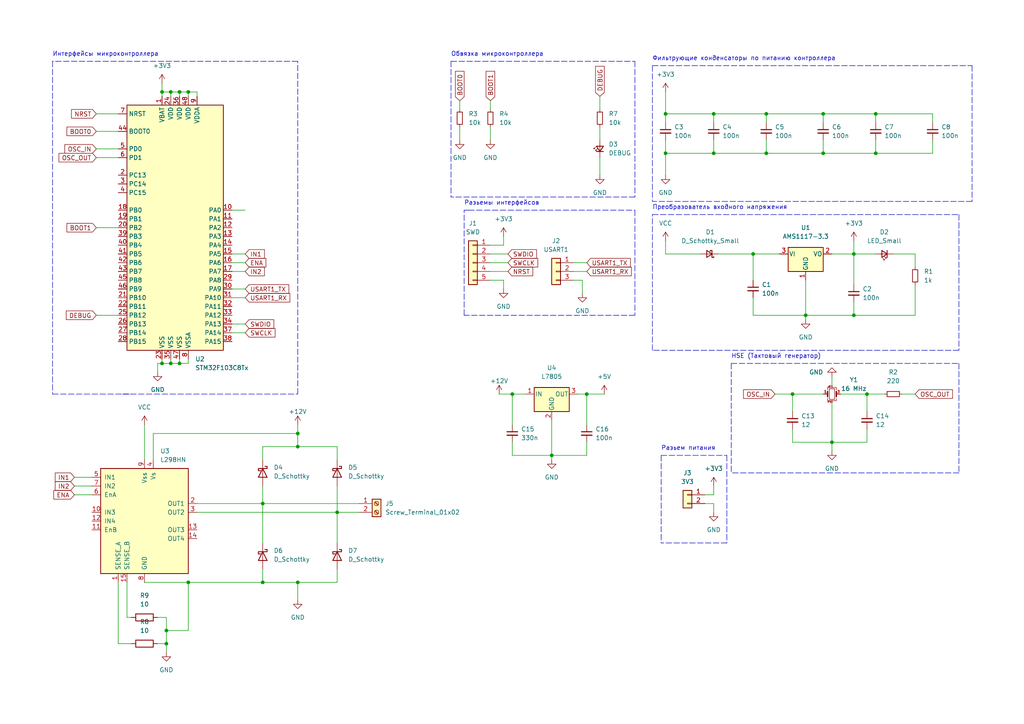
<source format=kicad_sch>
(kicad_sch (version 20211123) (generator eeschema)
  (paper "A4")
  (lib_symbols
    (symbol "Connector:Screw_Terminal_01x02" (pin_names (offset 1.016) hide)
      (property "Reference" "J" (at 0 2.54 0))
      (property "Value" "Screw_Terminal_01x02" (at 0 -5.08 0))
      (symbol "Screw_Terminal_01x02_1_1"
        (rectangle (start -1.27 1.27) (end 1.27 -3.81) (stroke (width 0.254)) (fill (type background)))
        (circle (center 0 -2.54) (radius 0.635) (stroke (width 0.1524)))
        (polyline (pts (xy -0.5334 -2.2098) (xy 0.3302 -3.048)) (stroke (width 0.1524)))
        (polyline (pts (xy -0.5334 0.3302) (xy 0.3302 -0.508)) (stroke (width 0.1524)))
        (polyline (pts (xy -0.3556 -2.032) (xy 0.508 -2.8702)) (stroke (width 0.1524)))
        (polyline (pts (xy -0.3556 0.508) (xy 0.508 -0.3302)) (stroke (width 0.1524)))
        (circle (center 0 0) (radius 0.635) (stroke (width 0.1524)))
        (pin passive line (at -5.08 0 0) (length 3.81) (name "Pin_1") (number "1"))
        (pin passive line (at -5.08 -2.54 0) (length 3.81) (name "Pin_2") (number "2"))
      )
    )
    (symbol "Connector_Generic:Conn_01x02" (pin_names (offset 1.016) hide)
      (property "Reference" "J" (at 0 2.54 0))
      (property "Value" "Conn_01x02" (at 0 -5.08 0))
      (symbol "Conn_01x02_1_1"
        (rectangle (start -1.27 -2.413) (end 0 -2.667) (stroke (width 0.1524)))
        (rectangle (start -1.27 0.127) (end 0 -0.127) (stroke (width 0.1524)))
        (rectangle (start -1.27 1.27) (end 1.27 -3.81) (stroke (width 0.254)) (fill (type background)))
        (pin passive line (at -5.08 0 0) (length 3.81) (name "Pin_1") (number "1"))
        (pin passive line (at -5.08 -2.54 0) (length 3.81) (name "Pin_2") (number "2"))
      )
    )
    (symbol "Connector_Generic:Conn_01x03" (pin_names (offset 1.016) hide)
      (property "Reference" "J" (at 0 5.08 0))
      (property "Value" "Conn_01x03" (at 0 -5.08 0))
      (symbol "Conn_01x03_1_1"
        (rectangle (start -1.27 -2.413) (end 0 -2.667) (stroke (width 0.1524)))
        (rectangle (start -1.27 0.127) (end 0 -0.127) (stroke (width 0.1524)))
        (rectangle (start -1.27 2.667) (end 0 2.413) (stroke (width 0.1524)))
        (rectangle (start -1.27 3.81) (end 1.27 -3.81) (stroke (width 0.254)) (fill (type background)))
        (pin passive line (at -5.08 2.54 0) (length 3.81) (name "Pin_1") (number "1"))
        (pin passive line (at -5.08 0 0) (length 3.81) (name "Pin_2") (number "2"))
        (pin passive line (at -5.08 -2.54 0) (length 3.81) (name "Pin_3") (number "3"))
      )
    )
    (symbol "Connector_Generic:Conn_01x05" (pin_names (offset 1.016) hide)
      (property "Reference" "J" (at 0 7.62 0))
      (property "Value" "Conn_01x05" (at 0 -7.62 0))
      (symbol "Conn_01x05_1_1"
        (rectangle (start -1.27 -4.953) (end 0 -5.207) (stroke (width 0.1524)))
        (rectangle (start -1.27 -2.413) (end 0 -2.667) (stroke (width 0.1524)))
        (rectangle (start -1.27 0.127) (end 0 -0.127) (stroke (width 0.1524)))
        (rectangle (start -1.27 2.667) (end 0 2.413) (stroke (width 0.1524)))
        (rectangle (start -1.27 5.207) (end 0 4.953) (stroke (width 0.1524)))
        (rectangle (start -1.27 6.35) (end 1.27 -6.35) (stroke (width 0.254)) (fill (type background)))
        (pin passive line (at -5.08 5.08 0) (length 3.81) (name "Pin_1") (number "1"))
        (pin passive line (at -5.08 2.54 0) (length 3.81) (name "Pin_2") (number "2"))
        (pin passive line (at -5.08 0 0) (length 3.81) (name "Pin_3") (number "3"))
        (pin passive line (at -5.08 -2.54 0) (length 3.81) (name "Pin_4") (number "4"))
        (pin passive line (at -5.08 -5.08 0) (length 3.81) (name "Pin_5") (number "5"))
      )
    )
    (symbol "Device:C_Small" (pin_numbers hide) (pin_names (offset 0.254) hide)
      (property "Reference" "C" (at 0.254 1.778 0))
      (property "Value" "C_Small" (at 0.254 -2.032 0))
      (symbol "C_Small_0_1"
        (polyline (pts (xy -1.524 -0.508) (xy 1.524 -0.508)) (stroke (width 0.3302)))
        (polyline (pts (xy -1.524 0.508) (xy 1.524 0.508)) (stroke (width 0.3048)))
      )
      (symbol "C_Small_1_1"
        (pin passive line (at 0 2.54 270) (length 2.032) (name "~") (number "1"))
        (pin passive line (at 0 -2.54 90) (length 2.032) (name "~") (number "2"))
      )
    )
    (symbol "Device:Crystal_GND24_Small" (pin_names (offset 1.016) hide)
      (property "Reference" "Y" (at 1.27 4.445 0))
      (property "Value" "Crystal_GND24_Small" (at 1.27 2.54 0))
      (symbol "Crystal_GND24_Small_0_1"
        (rectangle (start -0.762 -1.524) (end 0.762 1.524))
        (polyline (pts (xy -1.27 -0.762) (xy -1.27 0.762)) (stroke (width 0.381)))
        (polyline (pts (xy 1.27 -0.762) (xy 1.27 0.762)) (stroke (width 0.381)))
        (polyline (pts (xy -1.27 -1.27) (xy -1.27 -1.905) (xy 1.27 -1.905) (xy 1.27 -1.27)))
        (polyline (pts (xy -1.27 1.27) (xy -1.27 1.905) (xy 1.27 1.905) (xy 1.27 1.27)))
      )
      (symbol "Crystal_GND24_Small_1_1"
        (pin passive line (at -2.54 0 0) (length 1.27) (name "1") (number "1"))
        (pin passive line (at 0 -2.54 90) (length 0.635) (name "2") (number "2"))
        (pin passive line (at 2.54 0 180) (length 1.27) (name "3") (number "3"))
        (pin passive line (at 0 2.54 270) (length 0.635) (name "4") (number "4"))
      )
    )
    (symbol "Device:D_Schottky" (pin_numbers hide) (pin_names (offset 1.016) hide)
      (property "Reference" "D" (at 0 2.54 0))
      (property "Value" "D_Schottky" (at 0 -2.54 0))
      (symbol "D_Schottky_0_1"
        (polyline (pts (xy 1.27 0) (xy -1.27 0)))
        (polyline (pts (xy 1.27 1.27) (xy 1.27 -1.27) (xy -1.27 0) (xy 1.27 1.27)) (stroke (width 0.254)))
        (polyline (pts (xy -1.905 0.635) (xy -1.905 1.27) (xy -1.27 1.27) (xy -1.27 -1.27) (xy -0.635 -1.27) (xy -0.635 -0.635)) (stroke (width 0.254)))
      )
      (symbol "D_Schottky_1_1"
        (pin passive line (at -3.81 0 0) (length 2.54) (name "K") (number "1"))
        (pin passive line (at 3.81 0 180) (length 2.54) (name "A") (number "2"))
      )
    )
    (symbol "Device:D_Schottky_Small" (pin_numbers hide) (pin_names (offset 0.254) hide)
      (property "Reference" "D" (at -1.27 2.032 0))
      (property "Value" "D_Schottky_Small" (at -7.112 -2.032 0))
      (symbol "D_Schottky_Small_0_1"
        (polyline (pts (xy -0.762 0) (xy 0.762 0)))
        (polyline (pts (xy 0.762 -1.016) (xy -0.762 0) (xy 0.762 1.016) (xy 0.762 -1.016)) (stroke (width 0.254)))
        (polyline (pts (xy -1.27 0.762) (xy -1.27 1.016) (xy -0.762 1.016) (xy -0.762 -1.016) (xy -0.254 -1.016) (xy -0.254 -0.762)) (stroke (width 0.254)))
      )
      (symbol "D_Schottky_Small_1_1"
        (pin passive line (at -2.54 0 0) (length 1.778) (name "K") (number "1"))
        (pin passive line (at 2.54 0 180) (length 1.778) (name "A") (number "2"))
      )
    )
    (symbol "Device:LED_Small" (pin_numbers hide) (pin_names (offset 0.254) hide)
      (property "Reference" "D" (at -1.27 3.175 0))
      (property "Value" "LED_Small" (at -4.445 -2.54 0))
      (symbol "LED_Small_0_1"
        (polyline (pts (xy -0.762 -1.016) (xy -0.762 1.016)) (stroke (width 0.254)))
        (polyline (pts (xy 1.016 0) (xy -0.762 0)))
        (polyline (pts (xy 0.762 -1.016) (xy -0.762 0) (xy 0.762 1.016) (xy 0.762 -1.016)) (stroke (width 0.254)))
        (polyline (pts (xy 0 0.762) (xy -0.508 1.27) (xy -0.254 1.27) (xy -0.508 1.27) (xy -0.508 1.016)))
        (polyline (pts (xy 0.508 1.27) (xy 0 1.778) (xy 0.254 1.778) (xy 0 1.778) (xy 0 1.524)))
      )
      (symbol "LED_Small_1_1"
        (pin passive line (at -2.54 0 0) (length 1.778) (name "K") (number "1"))
        (pin passive line (at 2.54 0 180) (length 1.778) (name "A") (number "2"))
      )
    )
    (symbol "Device:R" (pin_numbers hide) (pin_names (offset 0))
      (property "Reference" "R" (at 2.032 0 90))
      (property "Value" "R" (at 0 0 90))
      (symbol "R_0_1"
        (rectangle (start -1.016 -2.54) (end 1.016 2.54) (stroke (width 0.254)))
      )
      (symbol "R_1_1"
        (pin passive line (at 0 3.81 270) (length 1.27) (name "~") (number "1"))
        (pin passive line (at 0 -3.81 90) (length 1.27) (name "~") (number "2"))
      )
    )
    (symbol "Device:R_Small" (pin_numbers hide) (pin_names (offset 0.254) hide)
      (property "Reference" "R" (at 0.762 0.508 0))
      (property "Value" "R_Small" (at 0.762 -1.016 0))
      (symbol "R_Small_0_1"
        (rectangle (start -0.762 1.778) (end 0.762 -1.778) (stroke (width 0.2032)))
      )
      (symbol "R_Small_1_1"
        (pin passive line (at 0 2.54 270) (length 0.762) (name "~") (number "1"))
        (pin passive line (at 0 -2.54 90) (length 0.762) (name "~") (number "2"))
      )
    )
    (symbol "Driver_Motor:L298HN" (pin_names (offset 1.016))
      (property "Reference" "U" (at -10.16 16.51 0))
      (property "Value" "L298HN" (at 12.7 16.51 0))
      (symbol "L298HN_0_1"
        (rectangle (start -12.7 15.24) (end 12.7 -15.24) (stroke (width 0.254)) (fill (type background)))
      )
      (symbol "L298HN_1_1"
        (pin power_in line (at -7.62 -17.78 90) (length 2.54) (name "SENSE_A") (number "1"))
        (pin input line (at -15.24 2.54 0) (length 2.54) (name "IN3") (number "10"))
        (pin input line (at -15.24 -2.54 0) (length 2.54) (name "EnB") (number "11"))
        (pin input line (at -15.24 0 0) (length 2.54) (name "IN4") (number "12"))
        (pin output line (at 15.24 -2.54 180) (length 2.54) (name "OUT3") (number "13"))
        (pin output line (at 15.24 -5.08 180) (length 2.54) (name "OUT4") (number "14"))
        (pin power_in line (at -5.08 -17.78 90) (length 2.54) (name "SENSE_B") (number "15"))
        (pin output line (at 15.24 5.08 180) (length 2.54) (name "OUT1") (number "2"))
        (pin output line (at 15.24 2.54 180) (length 2.54) (name "OUT2") (number "3"))
        (pin power_in line (at 2.54 17.78 270) (length 2.54) (name "Vs") (number "4"))
        (pin input line (at -15.24 12.7 0) (length 2.54) (name "IN1") (number "5"))
        (pin input line (at -15.24 7.62 0) (length 2.54) (name "EnA") (number "6"))
        (pin input line (at -15.24 10.16 0) (length 2.54) (name "IN2") (number "7"))
        (pin power_in line (at 0 -17.78 90) (length 2.54) (name "GND") (number "8"))
        (pin power_in line (at 0 17.78 270) (length 2.54) (name "Vss") (number "9"))
      )
    )
    (symbol "MCU_ST_STM32F1:STM32F103C8Tx"
      (property "Reference" "U" (at -15.24 36.83 0))
      (property "Value" "STM32F103C8Tx" (at 7.62 36.83 0))
      (symbol "STM32F103C8Tx_0_1"
        (rectangle (start -15.24 -35.56) (end 12.7 35.56) (stroke (width 0.254)) (fill (type background)))
      )
      (symbol "STM32F103C8Tx_1_1"
        (pin power_in line (at -5.08 38.1 270) (length 2.54) (name "VBAT") (number "1"))
        (pin bidirectional line (at 15.24 5.08 180) (length 2.54) (name "PA0") (number "10"))
        (pin bidirectional line (at 15.24 2.54 180) (length 2.54) (name "PA1") (number "11"))
        (pin bidirectional line (at 15.24 0 180) (length 2.54) (name "PA2") (number "12"))
        (pin bidirectional line (at 15.24 -2.54 180) (length 2.54) (name "PA3") (number "13"))
        (pin bidirectional line (at 15.24 -5.08 180) (length 2.54) (name "PA4") (number "14"))
        (pin bidirectional line (at 15.24 -7.62 180) (length 2.54) (name "PA5") (number "15"))
        (pin bidirectional line (at 15.24 -10.16 180) (length 2.54) (name "PA6") (number "16"))
        (pin bidirectional line (at 15.24 -12.7 180) (length 2.54) (name "PA7") (number "17"))
        (pin bidirectional line (at -17.78 5.08 0) (length 2.54) (name "PB0") (number "18"))
        (pin bidirectional line (at -17.78 2.54 0) (length 2.54) (name "PB1") (number "19"))
        (pin bidirectional line (at -17.78 15.24 0) (length 2.54) (name "PC13") (number "2"))
        (pin bidirectional line (at -17.78 0 0) (length 2.54) (name "PB2") (number "20"))
        (pin bidirectional line (at -17.78 -20.32 0) (length 2.54) (name "PB10") (number "21"))
        (pin bidirectional line (at -17.78 -22.86 0) (length 2.54) (name "PB11") (number "22"))
        (pin power_in line (at -5.08 -38.1 90) (length 2.54) (name "VSS") (number "23"))
        (pin power_in line (at -2.54 38.1 270) (length 2.54) (name "VDD") (number "24"))
        (pin bidirectional line (at -17.78 -25.4 0) (length 2.54) (name "PB12") (number "25"))
        (pin bidirectional line (at -17.78 -27.94 0) (length 2.54) (name "PB13") (number "26"))
        (pin bidirectional line (at -17.78 -30.48 0) (length 2.54) (name "PB14") (number "27"))
        (pin bidirectional line (at -17.78 -33.02 0) (length 2.54) (name "PB15") (number "28"))
        (pin bidirectional line (at 15.24 -15.24 180) (length 2.54) (name "PA8") (number "29"))
        (pin bidirectional line (at -17.78 12.7 0) (length 2.54) (name "PC14") (number "3"))
        (pin bidirectional line (at 15.24 -17.78 180) (length 2.54) (name "PA9") (number "30"))
        (pin bidirectional line (at 15.24 -20.32 180) (length 2.54) (name "PA10") (number "31"))
        (pin bidirectional line (at 15.24 -22.86 180) (length 2.54) (name "PA11") (number "32"))
        (pin bidirectional line (at 15.24 -25.4 180) (length 2.54) (name "PA12") (number "33"))
        (pin bidirectional line (at 15.24 -27.94 180) (length 2.54) (name "PA13") (number "34"))
        (pin power_in line (at -2.54 -38.1 90) (length 2.54) (name "VSS") (number "35"))
        (pin power_in line (at 0 38.1 270) (length 2.54) (name "VDD") (number "36"))
        (pin bidirectional line (at 15.24 -30.48 180) (length 2.54) (name "PA14") (number "37"))
        (pin bidirectional line (at 15.24 -33.02 180) (length 2.54) (name "PA15") (number "38"))
        (pin bidirectional line (at -17.78 -2.54 0) (length 2.54) (name "PB3") (number "39"))
        (pin bidirectional line (at -17.78 10.16 0) (length 2.54) (name "PC15") (number "4"))
        (pin bidirectional line (at -17.78 -5.08 0) (length 2.54) (name "PB4") (number "40"))
        (pin bidirectional line (at -17.78 -7.62 0) (length 2.54) (name "PB5") (number "41"))
        (pin bidirectional line (at -17.78 -10.16 0) (length 2.54) (name "PB6") (number "42"))
        (pin bidirectional line (at -17.78 -12.7 0) (length 2.54) (name "PB7") (number "43"))
        (pin input line (at -17.78 27.94 0) (length 2.54) (name "BOOT0") (number "44"))
        (pin bidirectional line (at -17.78 -15.24 0) (length 2.54) (name "PB8") (number "45"))
        (pin bidirectional line (at -17.78 -17.78 0) (length 2.54) (name "PB9") (number "46"))
        (pin power_in line (at 0 -38.1 90) (length 2.54) (name "VSS") (number "47"))
        (pin power_in line (at 2.54 38.1 270) (length 2.54) (name "VDD") (number "48"))
        (pin input line (at -17.78 22.86 0) (length 2.54) (name "PD0") (number "5"))
        (pin input line (at -17.78 20.32 0) (length 2.54) (name "PD1") (number "6"))
        (pin input line (at -17.78 33.02 0) (length 2.54) (name "NRST") (number "7"))
        (pin power_in line (at 2.54 -38.1 90) (length 2.54) (name "VSSA") (number "8"))
        (pin power_in line (at 5.08 38.1 270) (length 2.54) (name "VDDA") (number "9"))
      )
    )
    (symbol "Regulator_Linear:AMS1117-3.3" (pin_names (offset 0.254))
      (property "Reference" "U" (at -3.81 3.175 0))
      (property "Value" "AMS1117-3.3" (at 0 3.175 0))
      (symbol "AMS1117-3.3_0_1"
        (rectangle (start -5.08 -5.08) (end 5.08 1.905) (stroke (width 0.254)) (fill (type background)))
      )
      (symbol "AMS1117-3.3_1_1"
        (pin power_in line (at 0 -7.62 90) (length 2.54) (name "GND") (number "1"))
        (pin power_out line (at 7.62 0 180) (length 2.54) (name "VO") (number "2"))
        (pin power_in line (at -7.62 0 0) (length 2.54) (name "VI") (number "3"))
      )
    )
    (symbol "Regulator_Linear:L7805" (pin_names (offset 0.254))
      (property "Reference" "U" (at -3.81 3.175 0))
      (property "Value" "L7805" (at 0 3.175 0))
      (symbol "L7805_0_1"
        (rectangle (start -5.08 1.905) (end 5.08 -5.08) (stroke (width 0.254)) (fill (type background)))
      )
      (symbol "L7805_1_1"
        (pin power_in line (at -7.62 0 0) (length 2.54) (name "IN") (number "1"))
        (pin power_in line (at 0 -7.62 90) (length 2.54) (name "GND") (number "2"))
        (pin power_out line (at 7.62 0 180) (length 2.54) (name "OUT") (number "3"))
      )
    )
    (symbol "power:+12V" (power) (pin_names (offset 0))
      (property "Value" "+12V" (at 0 3.556 0))
      (symbol "+12V_0_1"
        (polyline (pts (xy -0.762 1.27) (xy 0 2.54)))
        (polyline (pts (xy 0 0) (xy 0 2.54)))
        (polyline (pts (xy 0 2.54) (xy 0.762 1.27)))
      )
      (symbol "+12V_1_1"
        (pin power_in line (at 0 0 90) (length 0) hide (name "+12V") (number "1"))
      )
    )
    (symbol "power:+3V3" (power) (pin_names (offset 0))
      (property "Value" "+3V3" (at 0 3.556 0))
      (symbol "+3V3_0_1"
        (polyline (pts (xy -0.762 1.27) (xy 0 2.54)))
        (polyline (pts (xy 0 0) (xy 0 2.54)))
        (polyline (pts (xy 0 2.54) (xy 0.762 1.27)))
      )
      (symbol "+3V3_1_1"
        (pin power_in line (at 0 0 90) (length 0) hide (name "+3V3") (number "1"))
      )
    )
    (symbol "power:+5V" (power) (pin_names (offset 0))
      (property "Value" "+5V" (at 0 3.556 0))
      (symbol "+5V_0_1"
        (polyline (pts (xy -0.762 1.27) (xy 0 2.54)))
        (polyline (pts (xy 0 0) (xy 0 2.54)))
        (polyline (pts (xy 0 2.54) (xy 0.762 1.27)))
      )
      (symbol "+5V_1_1"
        (pin power_in line (at 0 0 90) (length 0) hide (name "+5V") (number "1"))
      )
    )
    (symbol "power:GND" (power) (pin_names (offset 0))
      (property "Value" "GND" (at 0 -3.81 0))
      (symbol "GND_0_1"
        (polyline (pts (xy 0 0) (xy 0 -1.27) (xy 1.27 -1.27) (xy 0 -2.54) (xy -1.27 -1.27) (xy 0 -1.27)))
      )
      (symbol "GND_1_1"
        (pin power_in line (at 0 0 270) (length 0) hide (name "GND") (number "1"))
      )
    )
    (symbol "power:VCC" (power) (pin_names (offset 0))
      (property "Value" "VCC" (at 0 3.81 0))
      (symbol "VCC_0_1"
        (polyline (pts (xy -0.762 1.27) (xy 0 2.54)))
        (polyline (pts (xy 0 0) (xy 0 2.54)))
        (polyline (pts (xy 0 2.54) (xy 0.762 1.27)))
      )
      (symbol "VCC_1_1"
        (pin power_in line (at 0 0 90) (length 0) hide (name "VCC") (number "1"))
      )
    )
  )
  (junction (at 193.04 44.45))
  (junction (at 54.61 168.91))
  (junction (at 46.99 105.41))
  (junction (at 76.2 168.91))
  (junction (at 76.2 146.05))
  (junction (at 48.26 186.69))
  (junction (at 238.76 33.02))
  (junction (at 229.87 114.3))
  (junction (at 54.61 26.67))
  (junction (at 247.65 73.66))
  (junction (at 97.79 148.59))
  (junction (at 241.3 128.27))
  (junction (at 160.02 132.08))
  (junction (at 86.36 125.73))
  (junction (at 222.25 44.45))
  (junction (at 86.36 168.91))
  (junction (at 218.44 73.66))
  (junction (at 148.59 114.3))
  (junction (at 207.01 33.02))
  (junction (at 48.26 182.88))
  (junction (at 238.76 44.45))
  (junction (at 233.68 91.44))
  (junction (at 193.04 33.02))
  (junction (at 49.53 26.67))
  (junction (at 52.07 105.41))
  (junction (at 49.53 105.41))
  (junction (at 52.07 26.67))
  (junction (at 46.99 26.67))
  (junction (at 207.01 44.45))
  (junction (at 251.46 114.3))
  (junction (at 254 33.02))
  (junction (at 170.18 114.3))
  (junction (at 247.65 91.44))
  (junction (at 222.25 33.02))
  (junction (at 254 44.45))
  (junction (at 86.36 129.54))
  (wire (pts (xy 207.01 143.51) (xy 207.01 140.97)))
  (polyline (pts (xy 15.24 17.78) (xy 15.24 114.3)))
  (wire (pts (xy 241.3 109.22) (xy 241.3 111.76)))
  (wire (pts (xy 21.59 143.51) (xy 26.67 143.51)))
  (wire (pts (xy 142.24 81.28) (xy 146.05 81.28)))
  (wire (pts (xy 175.26 114.3) (xy 170.18 114.3)))
  (wire (pts (xy 259.08 73.66) (xy 265.43 73.66)))
  (wire (pts (xy 76.2 146.05) (xy 76.2 157.48)))
  (wire (pts (xy 86.36 123.19) (xy 86.36 125.73)))
  (wire (pts (xy 247.65 87.63) (xy 247.65 91.44)))
  (wire (pts (xy 193.04 26.67) (xy 193.04 33.02)))
  (wire (pts (xy 54.61 105.41) (xy 52.07 105.41)))
  (wire (pts (xy 241.3 128.27) (xy 241.3 130.81)))
  (wire (pts (xy 46.99 105.41) (xy 45.72 105.41)))
  (wire (pts (xy 27.94 43.18) (xy 34.29 43.18)))
  (wire (pts (xy 218.44 73.66) (xy 218.44 81.28)))
  (polyline (pts (xy 130.81 17.78) (xy 184.15 17.78)))
  (wire (pts (xy 160.02 121.92) (xy 160.02 132.08)))
  (wire (pts (xy 57.15 27.94) (xy 57.15 26.67)))
  (wire (pts (xy 167.64 114.3) (xy 170.18 114.3)))
  (wire (pts (xy 265.43 73.66) (xy 265.43 77.47)))
  (wire (pts (xy 54.61 104.14) (xy 54.61 105.41)))
  (wire (pts (xy 49.53 26.67) (xy 46.99 26.67)))
  (wire (pts (xy 170.18 128.27) (xy 170.18 132.08)))
  (polyline (pts (xy 184.15 91.44) (xy 134.62 91.44)))
  (wire (pts (xy 27.94 38.1) (xy 34.29 38.1)))
  (wire (pts (xy 270.51 33.02) (xy 270.51 35.56)))
  (wire (pts (xy 67.31 78.74) (xy 71.12 78.74)))
  (wire (pts (xy 86.36 168.91) (xy 97.79 168.91)))
  (wire (pts (xy 142.24 78.74) (xy 147.32 78.74)))
  (wire (pts (xy 142.24 29.21) (xy 142.24 31.75)))
  (wire (pts (xy 265.43 82.55) (xy 265.43 91.44)))
  (wire (pts (xy 76.2 146.05) (xy 104.14 146.05)))
  (polyline (pts (xy 189.23 19.05) (xy 189.23 58.42)))
  (wire (pts (xy 48.26 186.69) (xy 48.26 189.23)))
  (wire (pts (xy 133.35 36.83) (xy 133.35 40.64)))
  (wire (pts (xy 54.61 27.94) (xy 54.61 26.67)))
  (polyline (pts (xy 212.09 105.41) (xy 212.09 137.16)))
  (wire (pts (xy 222.25 33.02) (xy 238.76 33.02)))
  (wire (pts (xy 247.65 73.66) (xy 254 73.66)))
  (wire (pts (xy 233.68 81.28) (xy 233.68 91.44)))
  (polyline (pts (xy 15.24 114.3) (xy 38.1 114.3)))
  (wire (pts (xy 45.72 186.69) (xy 48.26 186.69)))
  (wire (pts (xy 218.44 91.44) (xy 233.68 91.44)))
  (wire (pts (xy 229.87 114.3) (xy 238.76 114.3)))
  (wire (pts (xy 265.43 91.44) (xy 247.65 91.44)))
  (wire (pts (xy 52.07 26.67) (xy 49.53 26.67)))
  (wire (pts (xy 251.46 119.38) (xy 251.46 114.3)))
  (wire (pts (xy 222.25 33.02) (xy 222.25 35.56)))
  (wire (pts (xy 193.04 33.02) (xy 207.01 33.02)))
  (polyline (pts (xy 281.94 58.42) (xy 189.23 58.42)))
  (wire (pts (xy 238.76 44.45) (xy 238.76 40.64)))
  (wire (pts (xy 173.99 36.83) (xy 173.99 40.64)))
  (wire (pts (xy 86.36 168.91) (xy 86.36 173.99)))
  (polyline (pts (xy 134.62 60.96) (xy 135.89 60.96)))
  (wire (pts (xy 45.72 105.41) (xy 45.72 107.95)))
  (wire (pts (xy 34.29 186.69) (xy 38.1 186.69)))
  (wire (pts (xy 27.94 91.44) (xy 34.29 91.44)))
  (wire (pts (xy 142.24 76.2) (xy 147.32 76.2)))
  (polyline (pts (xy 86.36 114.3) (xy 86.36 17.78)))
  (wire (pts (xy 48.26 179.07) (xy 48.26 182.88)))
  (wire (pts (xy 97.79 148.59) (xy 104.14 148.59)))
  (wire (pts (xy 41.91 168.91) (xy 54.61 168.91)))
  (wire (pts (xy 49.53 104.14) (xy 49.53 105.41)))
  (polyline (pts (xy 191.77 132.08) (xy 191.77 157.48)))
  (wire (pts (xy 86.36 125.73) (xy 86.36 129.54)))
  (wire (pts (xy 270.51 40.64) (xy 270.51 44.45)))
  (polyline (pts (xy 130.81 17.78) (xy 130.81 57.15)))
  (wire (pts (xy 229.87 124.46) (xy 229.87 128.27)))
  (polyline (pts (xy 189.23 62.23) (xy 278.13 62.23)))
  (wire (pts (xy 261.62 114.3) (xy 265.43 114.3)))
  (wire (pts (xy 207.01 44.45) (xy 193.04 44.45)))
  (wire (pts (xy 207.01 33.02) (xy 207.01 35.56)))
  (wire (pts (xy 241.3 116.84) (xy 241.3 128.27)))
  (polyline (pts (xy 281.94 19.05) (xy 281.94 58.42)))
  (wire (pts (xy 21.59 138.43) (xy 26.67 138.43)))
  (wire (pts (xy 148.59 114.3) (xy 148.59 123.19)))
  (wire (pts (xy 173.99 27.94) (xy 173.99 31.75)))
  (wire (pts (xy 76.2 140.97) (xy 76.2 146.05)))
  (wire (pts (xy 203.2 73.66) (xy 193.04 73.66)))
  (polyline (pts (xy 135.89 60.96) (xy 184.15 60.96)))
  (wire (pts (xy 251.46 128.27) (xy 241.3 128.27)))
  (wire (pts (xy 166.37 76.2) (xy 170.18 76.2)))
  (wire (pts (xy 46.99 24.13) (xy 46.99 26.67)))
  (wire (pts (xy 207.01 44.45) (xy 207.01 40.64)))
  (wire (pts (xy 34.29 168.91) (xy 34.29 186.69)))
  (wire (pts (xy 142.24 73.66) (xy 147.32 73.66)))
  (wire (pts (xy 76.2 129.54) (xy 86.36 129.54)))
  (wire (pts (xy 142.24 36.83) (xy 142.24 40.64)))
  (polyline (pts (xy 278.13 101.6) (xy 189.23 101.6)))
  (wire (pts (xy 247.65 69.85) (xy 247.65 73.66)))
  (wire (pts (xy 54.61 26.67) (xy 52.07 26.67)))
  (wire (pts (xy 207.01 146.05) (xy 207.01 148.59)))
  (wire (pts (xy 254 33.02) (xy 254 35.56)))
  (polyline (pts (xy 212.09 105.41) (xy 278.13 105.41)))
  (wire (pts (xy 48.26 182.88) (xy 48.26 186.69)))
  (wire (pts (xy 222.25 44.45) (xy 207.01 44.45)))
  (polyline (pts (xy 278.13 137.16) (xy 212.09 137.16)))
  (wire (pts (xy 251.46 124.46) (xy 251.46 128.27)))
  (wire (pts (xy 254 44.45) (xy 254 40.64)))
  (polyline (pts (xy 86.36 17.78) (xy 15.24 17.78)))
  (wire (pts (xy 233.68 91.44) (xy 233.68 92.71)))
  (wire (pts (xy 52.07 104.14) (xy 52.07 105.41)))
  (wire (pts (xy 57.15 26.67) (xy 54.61 26.67)))
  (wire (pts (xy 148.59 128.27) (xy 148.59 132.08)))
  (wire (pts (xy 46.99 104.14) (xy 46.99 105.41)))
  (wire (pts (xy 57.15 148.59) (xy 97.79 148.59)))
  (wire (pts (xy 166.37 81.28) (xy 168.91 81.28)))
  (polyline (pts (xy 191.77 132.08) (xy 210.82 132.08)))
  (wire (pts (xy 152.4 114.3) (xy 148.59 114.3)))
  (wire (pts (xy 193.04 35.56) (xy 193.04 33.02)))
  (wire (pts (xy 204.47 143.51) (xy 207.01 143.51)))
  (wire (pts (xy 45.72 179.07) (xy 48.26 179.07)))
  (polyline (pts (xy 184.15 60.96) (xy 184.15 91.44)))
  (wire (pts (xy 67.31 93.98) (xy 71.12 93.98)))
  (wire (pts (xy 41.91 123.19) (xy 41.91 133.35)))
  (wire (pts (xy 67.31 96.52) (xy 71.12 96.52)))
  (wire (pts (xy 247.65 91.44) (xy 233.68 91.44)))
  (wire (pts (xy 238.76 33.02) (xy 254 33.02)))
  (wire (pts (xy 166.37 78.74) (xy 170.18 78.74)))
  (polyline (pts (xy 184.15 17.78) (xy 184.15 57.15)))
  (wire (pts (xy 251.46 114.3) (xy 256.54 114.3)))
  (polyline (pts (xy 278.13 105.41) (xy 278.13 137.16)))
  (wire (pts (xy 208.28 73.66) (xy 218.44 73.66)))
  (wire (pts (xy 27.94 66.04) (xy 34.29 66.04)))
  (wire (pts (xy 27.94 45.72) (xy 34.29 45.72)))
  (wire (pts (xy 67.31 76.2) (xy 71.12 76.2)))
  (wire (pts (xy 193.04 73.66) (xy 193.04 69.85)))
  (wire (pts (xy 67.31 86.36) (xy 71.12 86.36)))
  (wire (pts (xy 229.87 128.27) (xy 241.3 128.27)))
  (wire (pts (xy 207.01 33.02) (xy 222.25 33.02)))
  (wire (pts (xy 44.45 133.35) (xy 44.45 125.73)))
  (wire (pts (xy 193.04 44.45) (xy 193.04 50.8)))
  (wire (pts (xy 54.61 168.91) (xy 76.2 168.91)))
  (wire (pts (xy 97.79 140.97) (xy 97.79 148.59)))
  (wire (pts (xy 48.26 182.88) (xy 54.61 182.88)))
  (wire (pts (xy 146.05 71.12) (xy 146.05 68.58)))
  (wire (pts (xy 144.78 114.3) (xy 148.59 114.3)))
  (wire (pts (xy 222.25 44.45) (xy 222.25 40.64)))
  (wire (pts (xy 67.31 73.66) (xy 71.12 73.66)))
  (wire (pts (xy 170.18 132.08) (xy 160.02 132.08)))
  (wire (pts (xy 76.2 165.1) (xy 76.2 168.91)))
  (wire (pts (xy 193.04 44.45) (xy 193.04 40.64)))
  (wire (pts (xy 27.94 33.02) (xy 34.29 33.02)))
  (wire (pts (xy 52.07 27.94) (xy 52.07 26.67)))
  (polyline (pts (xy 210.82 132.08) (xy 210.82 157.48)))
  (wire (pts (xy 247.65 73.66) (xy 247.65 82.55)))
  (wire (pts (xy 238.76 33.02) (xy 238.76 35.56)))
  (wire (pts (xy 168.91 81.28) (xy 168.91 85.09)))
  (wire (pts (xy 229.87 114.3) (xy 229.87 119.38)))
  (wire (pts (xy 54.61 182.88) (xy 54.61 168.91)))
  (polyline (pts (xy 35.56 114.3) (xy 86.36 114.3)))
  (wire (pts (xy 36.83 168.91) (xy 36.83 179.07)))
  (wire (pts (xy 21.59 140.97) (xy 26.67 140.97)))
  (polyline (pts (xy 134.62 91.44) (xy 134.62 60.96)))
  (wire (pts (xy 160.02 132.08) (xy 160.02 133.35)))
  (polyline (pts (xy 210.82 157.48) (xy 191.77 157.48)))
  (wire (pts (xy 67.31 83.82) (xy 71.12 83.82)))
  (wire (pts (xy 52.07 105.41) (xy 49.53 105.41)))
  (wire (pts (xy 218.44 86.36) (xy 218.44 91.44)))
  (wire (pts (xy 86.36 129.54) (xy 97.79 129.54)))
  (wire (pts (xy 270.51 44.45) (xy 254 44.45)))
  (polyline (pts (xy 189.23 19.05) (xy 281.94 19.05)))
  (polyline (pts (xy 184.15 57.15) (xy 130.81 57.15)))
  (wire (pts (xy 173.99 45.72) (xy 173.99 50.8)))
  (wire (pts (xy 254 44.45) (xy 238.76 44.45)))
  (wire (pts (xy 170.18 114.3) (xy 170.18 123.19)))
  (wire (pts (xy 224.79 114.3) (xy 229.87 114.3)))
  (wire (pts (xy 97.79 148.59) (xy 97.79 157.48)))
  (wire (pts (xy 97.79 168.91) (xy 97.79 165.1)))
  (wire (pts (xy 238.76 44.45) (xy 222.25 44.45)))
  (wire (pts (xy 46.99 26.67) (xy 46.99 27.94)))
  (wire (pts (xy 76.2 168.91) (xy 86.36 168.91)))
  (wire (pts (xy 44.45 125.73) (xy 86.36 125.73)))
  (wire (pts (xy 49.53 105.41) (xy 46.99 105.41)))
  (wire (pts (xy 67.31 60.96) (xy 71.12 60.96)))
  (wire (pts (xy 241.3 73.66) (xy 247.65 73.66)))
  (wire (pts (xy 36.83 179.07) (xy 38.1 179.07)))
  (wire (pts (xy 146.05 81.28) (xy 146.05 83.82)))
  (wire (pts (xy 254 33.02) (xy 270.51 33.02)))
  (wire (pts (xy 142.24 71.12) (xy 146.05 71.12)))
  (wire (pts (xy 57.15 146.05) (xy 76.2 146.05)))
  (wire (pts (xy 148.59 132.08) (xy 160.02 132.08)))
  (polyline (pts (xy 278.13 62.23) (xy 278.13 101.6)))
  (wire (pts (xy 218.44 73.66) (xy 226.06 73.66)))
  (wire (pts (xy 97.79 129.54) (xy 97.79 133.35)))
  (polyline (pts (xy 189.23 101.6) (xy 189.23 62.23)))
  (wire (pts (xy 204.47 146.05) (xy 207.01 146.05)))
  (wire (pts (xy 251.46 114.3) (xy 243.84 114.3)))
  (wire (pts (xy 49.53 27.94) (xy 49.53 26.67)))
  (wire (pts (xy 133.35 29.21) (xy 133.35 31.75)))
  (wire (pts (xy 76.2 133.35) (xy 76.2 129.54)))
  (text "Интерфейсы микроконтроллера" (at 15.24 16.51 0) (effects (font (size 1.27 1.27)) (justify left bottom)))
  (text "Разьемы интерфейсов" (at 134.62 59.69 0) (effects (font (size 1.27 1.27)) (justify left bottom)))
  (text "HSE (Тактовый генератор)" (at 212.09 104.14 0) (effects (font (size 1.27 1.27)) (justify left bottom)))
  (text "Обвязка микроконтроллера" (at 130.81 16.51 0) (effects (font (size 1.27 1.27)) (justify left bottom)))
  (text "Фильтрующие конденсаторы по питанию контроллера" (at 189.23 17.78 0) (effects (font (size 1.27 1.27)) (justify left bottom)))
  (text "Преобразователь входного напряжения" (at 189.23 60.96 0) (effects (font (size 1.27 1.27)) (justify left bottom)))
  (text "Разьем питания" (at 191.77 130.81 0) (effects (font (size 1.27 1.27)) (justify left bottom)))
  (global_label "BOOT0" (shape input) (at 133.35 29.21 90) (property "Intersheet References" "${INTERSHEET_REFS}" (effects hide)))
  (global_label "ENA" (shape input) (at 21.59 143.51 180) (property "Intersheet References" "${INTERSHEET_REFS}" (effects hide)))
  (global_label "SWCLK" (shape input) (at 147.32 76.2 0) (property "Intersheet References" "${INTERSHEET_REFS}" (effects hide)))
  (global_label "OSC_IN" (shape input) (at 224.79 114.3 180) (property "Intersheet References" "${INTERSHEET_REFS}" (effects hide)))
  (global_label "USART1_TX" (shape input) (at 170.18 76.2 0) (property "Intersheet References" "${INTERSHEET_REFS}" (effects hide)))
  (global_label "OSC_OUT" (shape input) (at 265.43 114.3 0) (property "Intersheet References" "${INTERSHEET_REFS}" (effects hide)))
  (global_label "DEBUG" (shape input) (at 27.94 91.44 180) (property "Intersheet References" "${INTERSHEET_REFS}" (effects hide)))
  (global_label "BOOT1" (shape input) (at 27.94 66.04 180) (property "Intersheet References" "${INTERSHEET_REFS}" (effects hide)))
  (global_label "OSC_OUT" (shape input) (at 27.94 45.72 180) (property "Intersheet References" "${INTERSHEET_REFS}" (effects hide)))
  (global_label "NRST" (shape input) (at 27.94 33.02 180) (property "Intersheet References" "${INTERSHEET_REFS}" (effects hide)))
  (global_label "IN2" (shape input) (at 71.12 78.74 0) (property "Intersheet References" "${INTERSHEET_REFS}" (effects hide)))
  (global_label "IN1" (shape input) (at 71.12 73.66 0) (property "Intersheet References" "${INTERSHEET_REFS}" (effects hide)))
  (global_label "IN2" (shape input) (at 21.59 140.97 180) (property "Intersheet References" "${INTERSHEET_REFS}" (effects hide)))
  (global_label "SWDIO" (shape input) (at 147.32 73.66 0) (property "Intersheet References" "${INTERSHEET_REFS}" (effects hide)))
  (global_label "BOOT1" (shape input) (at 142.24 29.21 90) (property "Intersheet References" "${INTERSHEET_REFS}" (effects hide)))
  (global_label "ENA" (shape input) (at 71.12 76.2 0) (property "Intersheet References" "${INTERSHEET_REFS}" (effects hide)))
  (global_label "OSC_IN" (shape input) (at 27.94 43.18 180) (property "Intersheet References" "${INTERSHEET_REFS}" (effects hide)))
  (global_label "USART1_RX" (shape input) (at 71.12 86.36 0) (property "Intersheet References" "${INTERSHEET_REFS}" (effects hide)))
  (global_label "NRST" (shape input) (at 147.32 78.74 0) (property "Intersheet References" "${INTERSHEET_REFS}" (effects hide)))
  (global_label "USART1_RX" (shape input) (at 170.18 78.74 0) (property "Intersheet References" "${INTERSHEET_REFS}" (effects hide)))
  (global_label "DEBUG" (shape input) (at 173.99 27.94 90) (property "Intersheet References" "${INTERSHEET_REFS}" (effects hide)))
  (global_label "SWDIO" (shape input) (at 71.12 93.98 0) (property "Intersheet References" "${INTERSHEET_REFS}" (effects hide)))
  (global_label "IN1" (shape input) (at 21.59 138.43 180) (property "Intersheet References" "${INTERSHEET_REFS}" (effects hide)))
  (global_label "SWCLK" (shape input) (at 71.12 96.52 0) (property "Intersheet References" "${INTERSHEET_REFS}" (effects hide)))
  (global_label "USART1_TX" (shape input) (at 71.12 83.82 0) (property "Intersheet References" "${INTERSHEET_REFS}" (effects hide)))
  (global_label "BOOT0" (shape input) (at 27.94 38.1 180) (property "Intersheet References" "${INTERSHEET_REFS}" (effects hide)))
  (symbol (lib_id "power:GND") (at 45.72 107.95 0) (unit 1)
    (property "Reference" "#PWR012" (effects hide))
    (property "Value" "GND" (at 45.72 113.03 0))
  )
  (symbol (lib_id "Device:R_Small") (at 173.99 34.29 0) (unit 1)
    (property "Reference" "R7" (at 176.53 33.0199 0) (effects (justify left)))
    (property "Value" "10k" (at 176.53 35.5599 0) (effects (justify left)))
    (property "Footprint" "Resistor_SMD:R_0805_2012Metric" (effects hide))
  )
  (symbol (lib_id "Device:D_Schottky") (at 76.2 137.16 270) (unit 1)
    (property "Reference" "D4" (at 79.375 135.5724 90) (effects (justify left)))
    (property "Value" "D_Schottky" (at 79.375 138.1124 90) (effects (justify left)))
    (property "Footprint" "Diode_SMD:D_0805_2012Metric" (effects hide))
  )
  (symbol (lib_id "Device:LED_Small") (at 256.54 73.66 180) (unit 1)
    (property "Reference" "D2" (at 256.4765 67.31 0))
    (property "Value" "LED_Small" (at 256.4765 69.85 0))
    (property "Footprint" "LED_SMD:LED_0805_2012Metric" (effects hide))
  )
  (symbol (lib_id "power:GND") (at 193.04 50.8 0) (unit 1)
    (property "Reference" "#PWR08" (effects hide))
    (property "Value" "GND" (at 193.04 55.88 0))
  )
  (symbol (lib_id "power:GND") (at 48.26 189.23 0) (unit 1)
    (property "Reference" "#PWR024" (effects hide))
    (property "Value" "GND" (at 48.26 194.31 0))
  )
  (symbol (lib_id "Device:C_Small") (at 222.25 38.1 0) (unit 1)
    (property "Reference" "C5" (at 224.79 36.8362 0) (effects (justify left)))
    (property "Value" "100n" (at 224.79 39.3762 0) (effects (justify left)))
    (property "Footprint" "Capacitor_SMD:C_0805_2012Metric" (effects hide))
  )
  (symbol (lib_id "Device:C_Small") (at 270.51 38.1 0) (unit 1)
    (property "Reference" "C8" (at 273.05 36.8362 0) (effects (justify left)))
    (property "Value" "100n" (at 273.05 39.3762 0) (effects (justify left)))
    (property "Footprint" "Capacitor_SMD:C_0805_2012Metric" (effects hide))
  )
  (symbol (lib_id "Device:Crystal_GND24_Small") (at 241.3 114.3 0) (unit 1)
    (property "Reference" "Y1" (at 247.65 110.1598 0))
    (property "Value" "16 MHz" (at 247.65 112.6998 0))
    (property "Footprint" "Crystal:Crystal_SMD_3225-4Pin_3.2x2.5mm" (effects hide))
  )
  (symbol (lib_id "Device:D_Schottky_Small") (at 205.74 73.66 180) (unit 1)
    (property "Reference" "D1" (at 205.994 67.31 0))
    (property "Value" "D_Schottky_Small" (at 205.994 69.85 0))
    (property "Footprint" "Diode_SMD:D_0805_2012Metric" (effects hide))
  )
  (symbol (lib_id "Device:R") (at 41.91 179.07 90) (unit 1)
    (property "Reference" "R9" (at 41.91 172.72 90))
    (property "Value" "10" (at 41.91 175.26 90))
    (property "Footprint" "Resistor_SMD:R_0805_2012Metric" (effects hide))
  )
  (symbol (lib_id "power:+3V3") (at 247.65 69.85 0) (unit 1)
    (property "Reference" "#PWR010" (effects hide))
    (property "Value" "+3V3" (at 247.65 64.77 0))
  )
  (symbol (lib_id "power:GND") (at 86.36 173.99 0) (unit 1)
    (property "Reference" "#PWR023" (effects hide))
    (property "Value" "GND" (at 86.36 179.07 0))
  )
  (symbol (lib_id "Device:C_Small") (at 251.46 121.92 0) (unit 1)
    (property "Reference" "C14" (at 254 120.6562 0) (effects (justify left)))
    (property "Value" "12" (at 254 123.1962 0) (effects (justify left)))
    (property "Footprint" "Capacitor_SMD:C_0805_2012Metric" (effects hide))
  )
  (symbol (lib_id "Device:D_Schottky") (at 97.79 137.16 270) (unit 1)
    (property "Reference" "D5" (at 100.965 135.5724 90) (effects (justify left)))
    (property "Value" "D_Schottky" (at 100.965 138.1124 90) (effects (justify left)))
    (property "Footprint" "Diode_SMD:D_0805_2012Metric" (effects hide))
  )
  (symbol (lib_id "Connector_Generic:Conn_01x02") (at 199.39 143.51 0) (mirror y) (unit 1)
    (property "Reference" "J3" (at 199.39 137.16 0))
    (property "Value" "3V3" (at 199.39 139.7 0))
    (property "Footprint" "Connector_PinSocket_2.54mm:PinSocket_1x02_P2.54mm_Vertical" (effects hide))
  )
  (symbol (lib_id "Device:C_Small") (at 207.01 38.1 0) (unit 1)
    (property "Reference" "C4" (at 209.55 36.8362 0) (effects (justify left)))
    (property "Value" "100n" (at 209.55 39.3762 0) (effects (justify left)))
    (property "Footprint" "Capacitor_SMD:C_0805_2012Metric" (effects hide))
  )
  (symbol (lib_id "power:+3V3") (at 207.01 140.97 0) (unit 1)
    (property "Reference" "#PWR016" (effects hide))
    (property "Value" "+3V3" (at 207.01 135.89 0))
  )
  (symbol (lib_id "power:+3V3") (at 46.99 24.13 0) (unit 1)
    (property "Reference" "#PWR01" (effects hide))
    (property "Value" "+3V3" (at 46.99 19.05 0))
  )
  (symbol (lib_id "Device:R_Small") (at 259.08 114.3 90) (mirror x) (unit 1)
    (property "Reference" "R2" (at 259.08 107.95 90))
    (property "Value" "220" (at 259.08 110.49 90))
    (property "Footprint" "Resistor_SMD:R_0805_2012Metric" (effects hide))
  )
  (symbol (lib_id "power:GND") (at 142.24 40.64 0) (unit 1)
    (property "Reference" "#PWR06" (effects hide))
    (property "Value" "GND" (at 142.24 45.72 0))
  )
  (symbol (lib_id "Driver_Motor:L298HN") (at 41.91 151.13 0) (unit 1)
    (property "Reference" "U3" (at 46.4694 130.81 0) (effects (justify left)))
    (property "Value" "L298HN" (at 46.4694 133.35 0) (effects (justify left)))
    (property "Footprint" "Package_TO_SOT_THT:TO-220-15_P2.54x2.54mm_StaggerOdd_Lead5.84mm_TabDown" (effects hide))
    (property "Datasheet" "http://www.st.com/st-web-ui/static/active/en/resource/technical/document/datasheet/CD00000240.pdf" (effects hide))
  )
  (symbol (lib_id "Device:D_Schottky") (at 76.2 161.29 270) (unit 1)
    (property "Reference" "D6" (at 79.375 159.7024 90) (effects (justify left)))
    (property "Value" "D_Schottky" (at 79.375 162.2424 90) (effects (justify left)))
    (property "Footprint" "Diode_SMD:D_0805_2012Metric" (effects hide))
  )
  (symbol (lib_id "Device:R_Small") (at 142.24 34.29 0) (unit 1)
    (property "Reference" "R4" (at 144.78 33.0199 0) (effects (justify left)))
    (property "Value" "10k" (at 144.78 35.5599 0) (effects (justify left)))
    (property "Footprint" "Resistor_SMD:R_0805_2012Metric" (effects hide))
  )
  (symbol (lib_id "power:GND") (at 207.01 148.59 0) (unit 1)
    (property "Reference" "#PWR018" (effects hide))
    (property "Value" "GND" (at 207.01 153.67 0))
  )
  (symbol (lib_id "power:+3V3") (at 193.04 26.67 0) (unit 1)
    (property "Reference" "#PWR04" (effects hide))
    (property "Value" "+3V3" (at 193.04 21.59 0))
  )
  (symbol (lib_id "Regulator_Linear:AMS1117-3.3") (at 233.68 73.66 0) (unit 1)
    (property "Reference" "U1" (at 233.68 66.04 0))
    (property "Value" "AMS1117-3.3" (at 233.68 68.58 0))
    (property "Footprint" "Package_TO_SOT_SMD:SOT-223-3_TabPin2" (effects hide))
    (property "Datasheet" "http://www.advanced-monolithic.com/pdf/ds1117.pdf" (effects hide))
  )
  (symbol (lib_id "Device:LED_Small") (at 173.99 43.18 90) (unit 1)
    (property "Reference" "D3" (at 176.53 41.8464 90) (effects (justify right)))
    (property "Value" "DEBUG" (at 176.53 44.3864 90) (effects (justify right)))
    (property "Footprint" "LED_SMD:LED_0805_2012Metric" (effects hide))
  )
  (symbol (lib_id "Regulator_Linear:L7805") (at 160.02 114.3 0) (unit 1)
    (property "Reference" "U4" (at 160.02 106.68 0))
    (property "Value" "L7805" (at 160.02 109.22 0))
    (property "Footprint" "Package_TO_SOT_THT:TO-220-3_Vertical" (effects hide))
    (property "Datasheet" "http://www.st.com/content/ccc/resource/technical/document/datasheet/41/4f/b3/b0/12/d4/47/88/CD00000444.pdf/files/CD00000444.pdf/jcr:content/translations/en.CD00000444.pdf" (effects hide))
  )
  (symbol (lib_id "power:VCC") (at 193.04 69.85 0) (unit 1)
    (property "Reference" "#PWR09" (effects hide))
    (property "Value" "VCC" (at 193.04 64.77 0))
  )
  (symbol (lib_id "power:GND") (at 146.05 83.82 0) (unit 1)
    (property "Reference" "#PWR020" (effects hide))
    (property "Value" "GND" (at 146.05 88.9 0))
  )
  (symbol (lib_id "power:GND") (at 168.91 85.09 0) (unit 1)
    (property "Reference" "#PWR022" (effects hide))
    (property "Value" "GND" (at 168.91 90.17 0))
  )
  (symbol (lib_id "power:GND") (at 241.3 130.81 0) (unit 1)
    (property "Reference" "#PWR014" (effects hide))
    (property "Value" "GND" (at 241.3 135.89 0))
  )
  (symbol (lib_id "Device:C_Small") (at 193.04 38.1 0) (unit 1)
    (property "Reference" "C3" (at 195.58 36.8362 0) (effects (justify left)))
    (property "Value" "100n" (at 195.58 39.3762 0) (effects (justify left)))
    (property "Footprint" "Capacitor_SMD:C_0805_2012Metric" (effects hide))
  )
  (symbol (lib_id "Device:C_Small") (at 229.87 121.92 0) (unit 1)
    (property "Reference" "C13" (at 232.41 120.6562 0) (effects (justify left)))
    (property "Value" "12" (at 232.41 123.1962 0) (effects (justify left)))
    (property "Footprint" "Capacitor_SMD:C_0805_2012Metric" (effects hide))
  )
  (symbol (lib_id "Connector_Generic:Conn_01x03") (at 161.29 78.74 0) (mirror y) (unit 1)
    (property "Reference" "J2" (at 161.29 69.85 0))
    (property "Value" "USART1" (at 161.29 72.39 0))
    (property "Footprint" "Connector_PinSocket_2.54mm:PinSocket_1x03_P2.54mm_Vertical" (effects hide))
  )
  (symbol (lib_id "Device:D_Schottky") (at 97.79 161.29 270) (unit 1)
    (property "Reference" "D7" (at 100.965 159.7024 90) (effects (justify left)))
    (property "Value" "D_Schottky" (at 100.965 162.2424 90) (effects (justify left)))
    (property "Footprint" "Diode_SMD:D_0805_2012Metric" (effects hide))
  )
  (symbol (lib_id "power:+5V") (at 175.26 114.3 0) (unit 1)
    (property "Reference" "#PWR0102" (effects hide))
    (property "Value" "+5V" (at 175.26 109.22 0))
  )
  (symbol (lib_id "power:GND") (at 160.02 133.35 0) (unit 1)
    (property "Reference" "#PWR0101" (effects hide))
    (property "Value" "GND" (at 160.02 138.43 0))
  )
  (symbol (lib_id "Device:R") (at 41.91 186.69 90) (unit 1)
    (property "Reference" "R8" (at 41.91 180.34 90))
    (property "Value" "10" (at 41.91 182.88 90))
    (property "Footprint" "Resistor_SMD:R_0805_2012Metric" (effects hide))
  )
  (symbol (lib_id "power:VCC") (at 41.91 123.19 0) (unit 1)
    (property "Reference" "#PWR021" (effects hide))
    (property "Value" "VCC" (at 41.91 118.11 0))
  )
  (symbol (lib_id "Device:C_Small") (at 148.59 125.73 0) (unit 1)
    (property "Reference" "C15" (at 151.13 124.4662 0) (effects (justify left)))
    (property "Value" "330n" (at 151.13 127.0062 0) (effects (justify left)))
    (property "Footprint" "Capacitor_THT:CP_Radial_D6.3mm_P2.50mm" (effects hide))
  )
  (symbol (lib_id "power:+12V") (at 144.78 114.3 0) (unit 1)
    (property "Reference" "#PWR0103" (effects hide))
    (property "Value" "+12V" (at 144.78 110.49 0))
  )
  (symbol (lib_id "Connector_Generic:Conn_01x05") (at 137.16 76.2 0) (mirror y) (unit 1)
    (property "Reference" "J1" (at 137.16 64.77 0))
    (property "Value" "SWD" (at 137.16 67.31 0))
    (property "Footprint" "Connector_PinHeader_2.54mm:PinHeader_1x05_P2.54mm_Vertical" (effects hide))
  )
  (symbol (lib_id "Device:C_Small") (at 218.44 83.82 0) (unit 1)
    (property "Reference" "C1" (at 220.98 82.5562 0) (effects (justify left)))
    (property "Value" "100n" (at 220.98 85.0962 0) (effects (justify left)))
    (property "Footprint" "Capacitor_THT:CP_Radial_D6.3mm_P2.50mm" (effects hide))
  )
  (symbol (lib_id "power:GND") (at 233.68 92.71 0) (unit 1)
    (property "Reference" "#PWR011" (effects hide))
    (property "Value" "GND" (at 233.68 97.79 0))
  )
  (symbol (lib_id "Connector:Screw_Terminal_01x02") (at 109.22 146.05 0) (unit 1)
    (property "Reference" "J5" (at 111.76 146.0499 0) (effects (justify left)))
    (property "Value" "Screw_Terminal_01x02" (at 111.76 148.5899 0) (effects (justify left)))
    (property "Footprint" "TerminalBlock:TerminalBlock_bornier-2_P5.08mm" (effects hide))
  )
  (symbol (lib_id "power:+3V3") (at 146.05 68.58 0) (unit 1)
    (property "Reference" "#PWR019" (effects hide))
    (property "Value" "+3V3" (at 146.05 63.5 0))
  )
  (symbol (lib_id "power:+12V") (at 86.36 123.19 0) (unit 1)
    (property "Reference" "#PWR02" (effects hide))
    (property "Value" "+12V" (at 86.36 119.38 0))
  )
  (symbol (lib_id "power:GND") (at 173.99 50.8 0) (unit 1)
    (property "Reference" "#PWR07" (effects hide))
    (property "Value" "GND" (at 173.99 55.88 0))
  )
  (symbol (lib_id "Device:R_Small") (at 265.43 80.01 0) (unit 1)
    (property "Reference" "R1" (at 267.97 78.7399 0) (effects (justify left)))
    (property "Value" "1k" (at 267.97 81.2799 0) (effects (justify left)))
    (property "Footprint" "Resistor_SMD:R_0805_2012Metric" (effects hide))
  )
  (symbol (lib_id "Device:C_Small") (at 170.18 125.73 0) (unit 1)
    (property "Reference" "C16" (at 172.72 124.4662 0) (effects (justify left)))
    (property "Value" "100n" (at 172.72 127.0062 0) (effects (justify left)))
    (property "Footprint" "Capacitor_THT:CP_Radial_D6.3mm_P2.50mm" (effects hide))
  )
  (symbol (lib_id "MCU_ST_STM32F1:STM32F103C8Tx") (at 52.07 66.04 0) (unit 1)
    (property "Reference" "U2" (at 56.6294 104.14 0) (effects (justify left)))
    (property "Value" "STM32F103C8Tx" (at 56.6294 106.68 0) (effects (justify left)))
    (property "Footprint" "Package_QFP:LQFP-48_7x7mm_P0.5mm" (effects hide))
    (property "Datasheet" "http://www.st.com/st-web-ui/static/active/en/resource/technical/document/datasheet/CD00161566.pdf" (effects hide))
  )
  (symbol (lib_id "Device:C_Small") (at 254 38.1 0) (unit 1)
    (property "Reference" "C7" (at 256.54 36.8362 0) (effects (justify left)))
    (property "Value" "100n" (at 256.54 39.3762 0) (effects (justify left)))
    (property "Footprint" "Capacitor_SMD:C_0805_2012Metric" (effects hide))
  )
  (symbol (lib_id "Device:C_Small") (at 238.76 38.1 0) (unit 1)
    (property "Reference" "C6" (at 241.3 36.8362 0) (effects (justify left)))
    (property "Value" "100n" (at 241.3 39.3762 0) (effects (justify left)))
    (property "Footprint" "Capacitor_SMD:C_0805_2012Metric" (effects hide))
  )
  (symbol (lib_id "Device:R_Small") (at 133.35 34.29 0) (unit 1)
    (property "Reference" "R3" (at 135.89 33.0199 0) (effects (justify left)))
    (property "Value" "10k" (at 135.89 35.5599 0) (effects (justify left)))
    (property "Footprint" "Resistor_SMD:R_0805_2012Metric" (effects hide))
  )
  (symbol (lib_id "Device:C_Small") (at 247.65 85.09 0) (unit 1)
    (property "Reference" "C2" (at 250.19 83.8262 0) (effects (justify left)))
    (property "Value" "100n" (at 250.19 86.3662 0) (effects (justify left)))
    (property "Footprint" "Capacitor_THT:CP_Radial_D6.3mm_P2.50mm" (effects hide))
  )
  (symbol (lib_id "power:GND") (at 241.3 109.22 0) (mirror x) (unit 1)
    (property "Reference" "#PWR013" (effects hide))
    (property "Value" "GND" (at 238.76 107.9499 0) (effects (justify right)))
  )
  (symbol (lib_id "power:GND") (at 133.35 40.64 0) (unit 1)
    (property "Reference" "#PWR05" (effects hide))
    (property "Value" "GND" (at 133.35 45.72 0))
  )
)
</source>
